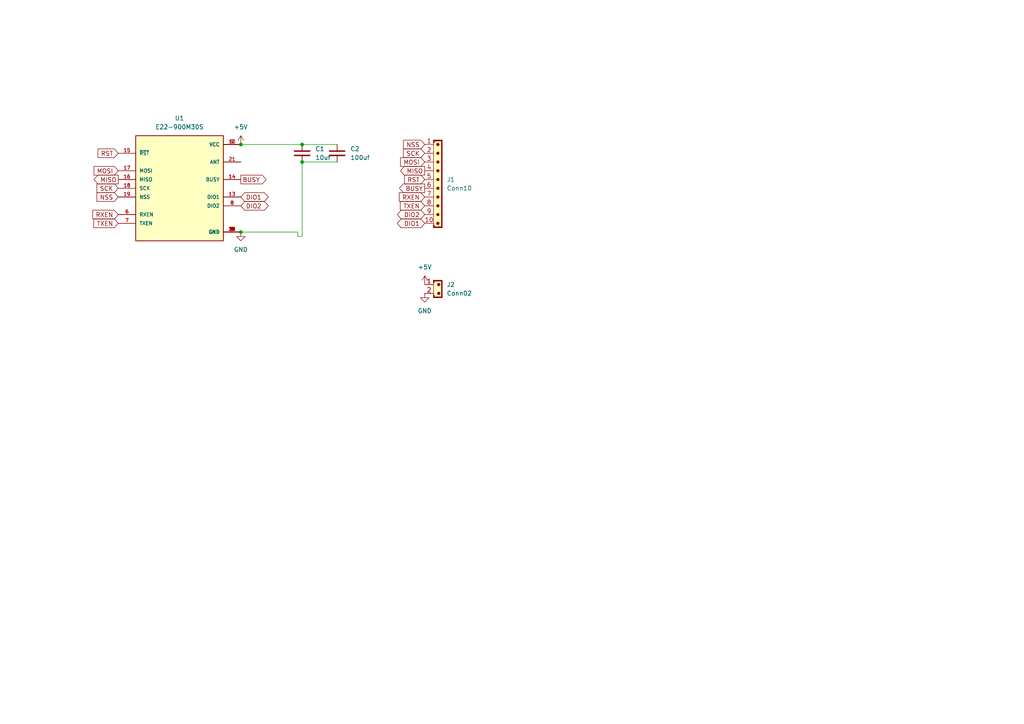
<source format=kicad_sch>
(kicad_sch (version 20231120) (generator "eeschema") (generator_version "8.0")
  (paper "A4")
  (lib_symbols
    (symbol "E22-900T30S:E22-900M30S" (pin_names (offset 1.016))
      (property "Reference" "U" (at -12.7 16.002 0))
      (property "Value" "E22-900M30S" (at -12.7 -17.78 0))
      (symbol "E22-900M30S_0_0"
        (rectangle (start -12.7 -15.24) (end 12.7 15.24) (stroke (width 0.254)) (fill (type background)))
        (pin power_in line (at 17.78 -12.7 180) (length 5.08) (name "GND") (number "1"))
        (pin power_in line (at 17.78 12.7 180) (length 5.08) (name "VCC") (number "10"))
        (pin power_in line (at 17.78 -12.7 180) (length 5.08) (name "GND") (number "11"))
        (pin power_in line (at 17.78 -12.7 180) (length 5.08) (name "GND") (number "12"))
        (pin bidirectional line (at 17.78 -2.54 180) (length 5.08) (name "DIO1") (number "13"))
        (pin output line (at 17.78 2.54 180) (length 5.08) (name "BUSY") (number "14"))
        (pin input line (at -17.78 10.16 0) (length 5.08) (name "~{RST}") (number "15"))
        (pin output line (at -17.78 2.54 0) (length 5.08) (name "MISO") (number "16"))
        (pin input line (at -17.78 5.08 0) (length 5.08) (name "MOSI") (number "17"))
        (pin input line (at -17.78 0 0) (length 5.08) (name "SCK") (number "18"))
        (pin input line (at -17.78 -2.54 0) (length 5.08) (name "NSS") (number "19"))
        (pin power_in line (at 17.78 -12.7 180) (length 5.08) (name "GND") (number "2"))
        (pin power_in line (at 17.78 -12.7 180) (length 5.08) (name "GND") (number "20"))
        (pin output line (at 17.78 7.62 180) (length 5.08) (name "ANT") (number "21"))
        (pin power_in line (at 17.78 -12.7 180) (length 5.08) (name "GND") (number "22"))
        (pin power_in line (at 17.78 -12.7 180) (length 5.08) (name "GND") (number "3"))
        (pin power_in line (at 17.78 -12.7 180) (length 5.08) (name "GND") (number "4"))
        (pin power_in line (at 17.78 -12.7 180) (length 5.08) (name "GND") (number "5"))
        (pin input line (at -17.78 -7.62 0) (length 5.08) (name "RXEN") (number "6"))
        (pin input line (at -17.78 -10.16 0) (length 5.08) (name "TXEN") (number "7"))
        (pin bidirectional line (at 17.78 -5.08 180) (length 5.08) (name "DIO2") (number "8"))
        (pin power_in line (at 17.78 12.7 180) (length 5.08) (name "VCC") (number "9"))
      )
    )
    (symbol "PCM_SL_Connectors:JST_02"
      (property "Reference" "J" (at 0 7.62 0))
      (property "Value" "JST_02" (at 0 5.08 0))
      (symbol "JST_02_0_1"
        (rectangle (start -1.27 2.54) (end 1.27 -2.54) (fill (type background)))
        (polyline (pts (xy -1.27 -1.778) (xy -1.27 -2.54) (xy 1.27 -2.54) (xy 1.27 -1.778) (xy 1.016 -1.778) (xy 1.016 -2.286) (xy -1.016 -2.286) (xy -1.016 -1.778) (xy -1.27 -1.778)) (fill (type outline)))
        (polyline (pts (xy 1.27 1.778) (xy 1.27 2.54) (xy -1.27 2.54) (xy -1.27 1.778) (xy -1.016 1.778) (xy -1.016 2.286) (xy 1.016 2.286) (xy 1.016 1.778) (xy 1.27 1.778)) (fill (type outline)))
        (circle (center 0.254 -1.27) (radius 0.381) (fill (type outline)))
        (circle (center 0.254 1.27) (radius 0.381) (fill (type outline)))
        (rectangle (start 1.016 1.778) (end 1.27 -1.778) (fill (type outline)))
      )
      (symbol "JST_02_1_1"
        (pin passive line (at -3.81 1.27 0) (length 2.54) (name "") (number "1"))
        (pin passive line (at -3.81 -1.27 0) (length 2.54) (name "") (number "2"))
      )
    )
    (symbol "PCM_SL_Connectors:JST_10"
      (property "Reference" "J" (at 0 18.034 0))
      (property "Value" "JST_10" (at 0 15.494 0))
      (symbol "JST_10_0_1"
        (rectangle (start -1.27 12.954) (end 1.27 -12.446) (fill (type background)))
        (circle (center 0 -11.176) (radius 0.381) (fill (type outline)))
        (circle (center 0 -8.636) (radius 0.381) (fill (type outline)))
        (circle (center 0 -6.096) (radius 0.381) (fill (type outline)))
        (circle (center 0 -3.556) (radius 0.381) (fill (type outline)))
        (circle (center 0 -1.016) (radius 0.381) (fill (type outline)))
        (polyline (pts (xy -1.27 -11.684) (xy -1.27 -12.446) (xy 1.27 -12.446) (xy 1.27 -11.684) (xy 1.016 -11.684) (xy 1.016 -12.192) (xy -1.016 -12.192) (xy -1.016 -11.684) (xy -1.27 -11.684)) (fill (type outline)))
        (polyline (pts (xy 1.27 12.192) (xy 1.27 12.954) (xy -1.27 12.954) (xy -1.27 12.192) (xy -1.016 12.192) (xy -1.016 12.7) (xy 1.016 12.7) (xy 1.016 12.192) (xy 1.27 12.192)) (fill (type outline)))
        (circle (center 0 1.524) (radius 0.381) (fill (type outline)))
        (circle (center 0 4.064) (radius 0.381) (fill (type outline)))
        (circle (center 0 6.604) (radius 0.381) (fill (type outline)))
        (circle (center 0 9.144) (radius 0.381) (fill (type outline)))
        (circle (center 0 11.684) (radius 0.381) (fill (type outline)))
        (rectangle (start 1.016 12.192) (end 1.27 -11.684) (fill (type outline)))
      )
      (symbol "JST_10_1_1"
        (pin passive line (at -3.81 11.684 0) (length 2.54) (name "") (number "1"))
        (pin passive line (at -3.81 -11.176 0) (length 2.54) (name "") (number "10"))
        (pin passive line (at -3.81 9.144 0) (length 2.54) (name "") (number "2"))
        (pin passive line (at -3.81 6.604 0) (length 2.54) (name "") (number "3"))
        (pin passive line (at -3.81 4.064 0) (length 2.54) (name "") (number "4"))
        (pin passive line (at -3.81 1.524 0) (length 2.54) (name "") (number "5"))
        (pin passive line (at -3.81 -1.016 0) (length 2.54) (name "") (number "6"))
        (pin passive line (at -3.81 -3.556 0) (length 2.54) (name "") (number "7"))
        (pin passive line (at -3.81 -6.096 0) (length 2.54) (name "") (number "8"))
        (pin passive line (at -3.81 -8.636 0) (length 2.54) (name "") (number "9"))
      )
    )
    (symbol "PCM_SL_Devices:Capacitor_NP"
      (property "Reference" "C" (at 0 6.35 0))
      (property "Value" "Capacitor_NP" (at 0 3.81 0))
      (symbol "Capacitor_NP_0_1"
        (rectangle (start -0.762 2.286) (end -0.508 -2.286) (fill (type outline)))
        (rectangle (start 0.508 2.286) (end 0.762 -2.286) (fill (type outline)))
      )
      (symbol "Capacitor_NP_1_1"
        (pin passive line (at -2.54 0 0) (length 2) (name "~") (number "1"))
        (pin input line (at 2.54 0 180) (length 2) (name "~") (number "2"))
      )
    )
    (symbol "power:+5V" (power) (pin_numbers hide) (pin_names (offset 0) hide)
      (property "Value" "+5V" (at 0 3.556 0))
      (symbol "+5V_0_1"
        (polyline (pts (xy -0.762 1.27) (xy 0 2.54)))
        (polyline (pts (xy 0 0) (xy 0 2.54)))
        (polyline (pts (xy 0 2.54) (xy 0.762 1.27)))
      )
      (symbol "+5V_1_1"
        (pin power_in line (at 0 0 90) (length 0) (name "~") (number "1"))
      )
    )
    (symbol "power:GND" (power) (pin_numbers hide) (pin_names (offset 0) hide)
      (property "Value" "GND" (at 0 -3.81 0))
      (symbol "GND_0_1"
        (polyline (pts (xy 0 0) (xy 0 -1.27) (xy 1.27 -1.27) (xy 0 -2.54) (xy -1.27 -1.27) (xy 0 -1.27)))
      )
      (symbol "GND_1_1"
        (pin power_in line (at 0 0 270) (length 0) (name "~") (number "1"))
      )
    )
  )
  (junction (at 87.63 46.99))
  (junction (at 87.63 41.91))
  (junction (at 69.85 67.31))
  (junction (at 69.85 41.91))
  (wire (pts (xy 86.36 67.31) (xy 69.85 67.31)))
  (wire (pts (xy 87.63 41.91) (xy 97.79 41.91)))
  (wire (pts (xy 87.63 46.99) (xy 97.79 46.99)))
  (wire (pts (xy 69.85 41.91) (xy 87.63 41.91)))
  (wire (pts (xy 87.63 68.58) (xy 86.36 68.58)))
  (wire (pts (xy 87.63 46.99) (xy 87.63 68.58)))
  (wire (pts (xy 86.36 68.58) (xy 86.36 67.31)))
  (global_label "TXEN" (shape input) (at 123.19 59.69 180) (property "Intersheetrefs" "${INTERSHEET_REFS}" (effects (hide yes))))
  (global_label "NSS" (shape input) (at 123.19 41.91 180) (property "Intersheetrefs" "${INTERSHEET_REFS}" (effects (hide yes))))
  (global_label "SCK" (shape input) (at 123.19 44.45 180) (property "Intersheetrefs" "${INTERSHEET_REFS}" (effects (hide yes))))
  (global_label "RXEN" (shape input) (at 123.19 57.15 180) (property "Intersheetrefs" "${INTERSHEET_REFS}" (effects (hide yes))))
  (global_label "RST" (shape input) (at 34.29 44.45 180) (property "Intersheetrefs" "${INTERSHEET_REFS}" (effects (hide yes))))
  (global_label "DIO2" (shape bidirectional) (at 123.19 62.23 180) (property "Intersheetrefs" "${INTERSHEET_REFS}" (effects (hide yes))))
  (global_label "MOSI" (shape input) (at 34.29 49.53 180) (property "Intersheetrefs" "${INTERSHEET_REFS}" (effects (hide yes))))
  (global_label "DIO1" (shape bidirectional) (at 69.85 57.15 0) (property "Intersheetrefs" "${INTERSHEET_REFS}" (effects (hide yes))))
  (global_label "MISO" (shape output) (at 34.29 52.07 180) (property "Intersheetrefs" "${INTERSHEET_REFS}" (effects (hide yes))))
  (global_label "MISO" (shape output) (at 123.19 49.53 180) (property "Intersheetrefs" "${INTERSHEET_REFS}" (effects (hide yes))))
  (global_label "NSS" (shape input) (at 34.29 57.15 180) (property "Intersheetrefs" "${INTERSHEET_REFS}" (effects (hide yes))))
  (global_label "DIO2" (shape bidirectional) (at 69.85 59.69 0) (property "Intersheetrefs" "${INTERSHEET_REFS}" (effects (hide yes))))
  (global_label "RST" (shape input) (at 123.19 52.07 180) (property "Intersheetrefs" "${INTERSHEET_REFS}" (effects (hide yes))))
  (global_label "BUSY" (shape output) (at 123.19 54.61 180) (property "Intersheetrefs" "${INTERSHEET_REFS}" (effects (hide yes))))
  (global_label "RXEN" (shape input) (at 34.29 62.23 180) (property "Intersheetrefs" "${INTERSHEET_REFS}" (effects (hide yes))))
  (global_label "SCK" (shape input) (at 34.29 54.61 180) (property "Intersheetrefs" "${INTERSHEET_REFS}" (effects (hide yes))))
  (global_label "BUSY" (shape output) (at 69.85 52.07 0) (property "Intersheetrefs" "${INTERSHEET_REFS}" (effects (hide yes))))
  (global_label "DIO1" (shape bidirectional) (at 123.19 64.77 180) (property "Intersheetrefs" "${INTERSHEET_REFS}" (effects (hide yes))))
  (global_label "MOSI" (shape input) (at 123.19 46.99 180) (property "Intersheetrefs" "${INTERSHEET_REFS}" (effects (hide yes))))
  (global_label "TXEN" (shape input) (at 34.29 64.77 180) (property "Intersheetrefs" "${INTERSHEET_REFS}" (effects (hide yes))))
  (symbol (lib_id "PCM_SL_Devices:Capacitor_NP") (at 97.79 44.45 270) (unit 1)
    (property "Reference" "C2" (at 101.6 43.1799 90) (effects (justify left)))
    (property "Value" "100uf" (at 101.6 45.7199 90) (effects (justify left)))
    (property "Footprint" "Capacitor_SMD:C_0805_2012Metric" (effects (hide yes)))
    (property "Description" "Unpolarized Capacitor" (effects (hide yes)))
  )
  (symbol (lib_id "power:GND") (at 123.19 85.09 0) (unit 1)
    (property "Reference" "#PWR03" (effects (hide yes)))
    (property "Value" "GND" (at 123.19 90.17 0))
    (property "Description" "Power symbol creates a global label with name \"GND\" , ground" (effects (hide yes)))
  )
  (symbol (lib_id "PCM_SL_Connectors:JST_10") (at 127 53.594 0) (unit 1)
    (property "Reference" "J1" (at 129.54 52.0699 0) (effects (justify left)))
    (property "Value" "Conn10" (at 129.54 54.6099 0) (effects (justify left)))
    (property "Footprint" "Connector_PinHeader_2.54mm:PinHeader_1x10_P2.54mm_Vertical" (effects (hide yes)))
    (property "Description" "JST Connector  10 pins" (effects (hide yes)))
  )
  (symbol (lib_id "power:+5V") (at 123.19 82.55 0) (unit 1)
    (property "Reference" "#PWR02" (effects (hide yes)))
    (property "Value" "+5V" (at 123.19 77.47 0))
    (property "Description" "Power symbol creates a global label with name \"+5V\"" (effects (hide yes)))
  )
  (symbol (lib_id "PCM_SL_Connectors:JST_02") (at 127 83.82 0) (unit 1)
    (property "Reference" "J2" (at 129.54 82.5499 0) (effects (justify left)))
    (property "Value" "Conn02" (at 129.54 85.0899 0) (effects (justify left)))
    (property "Footprint" "Connector_PinHeader_2.54mm:PinHeader_1x02_P2.54mm_Vertical" (effects (hide yes)))
    (property "Description" "JST Connector  2 pins" (effects (hide yes)))
  )
  (symbol (lib_id "E22-900T30S:E22-900M30S") (at 52.07 54.61 0) (unit 1)
    (property "Reference" "U1" (at 52.07 34.29 0))
    (property "Value" "E22-900M30S" (at 52.07 36.83 0))
    (property "Footprint" "XCVR_E22-900M30S" (effects (hide yes)))
    (property "PARTREV" "1.2" (effects (hide yes)))
    (property "MANUFACTURER" "EBYTE" (effects (hide yes)))
    (property "STANDARD" "Manufacturer Recommendations" (effects (hide yes)))
    (property "MAXIMUM_PACKAGE_HEIGHT" "3.97 mm" (effects (hide yes)))
  )
  (symbol (lib_id "power:+5V") (at 69.85 41.91 0) (unit 1)
    (property "Reference" "#PWR01" (effects (hide yes)))
    (property "Value" "+5V" (at 69.85 36.83 0))
    (property "Description" "Power symbol creates a global label with name \"+5V\"" (effects (hide yes)))
  )
  (symbol (lib_id "PCM_SL_Devices:Capacitor_NP") (at 87.63 44.45 270) (unit 1)
    (property "Reference" "C1" (at 91.44 43.1799 90) (effects (justify left)))
    (property "Value" "10uf" (at 91.44 45.7199 90) (effects (justify left)))
    (property "Footprint" "Capacitor_SMD:C_0805_2012Metric" (effects (hide yes)))
    (property "Description" "Unpolarized Capacitor" (effects (hide yes)))
  )
  (symbol (lib_id "power:GND") (at 69.85 67.31 0) (unit 1)
    (property "Reference" "#PWR04" (effects (hide yes)))
    (property "Value" "GND" (at 69.85 72.39 0))
    (property "Description" "Power symbol creates a global label with name \"GND\" , ground" (effects (hide yes)))
  )
)
</source>
